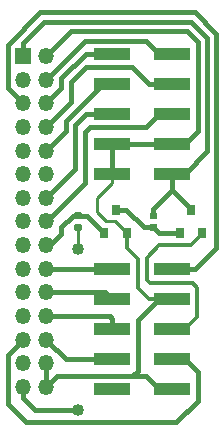
<source format=gbr>
G04 #@! TF.GenerationSoftware,KiCad,Pcbnew,5.1.4-e60b266~84~ubuntu16.04.1*
G04 #@! TF.CreationDate,2020-01-20T16:25:06+00:00*
G04 #@! TF.ProjectId,nas-mod-xu4,6e61732d-6d6f-4642-9d78-75342e6b6963,rev?*
G04 #@! TF.SameCoordinates,PX4db9760PY83d8710*
G04 #@! TF.FileFunction,Copper,L1,Top*
G04 #@! TF.FilePolarity,Positive*
%FSLAX46Y46*%
G04 Gerber Fmt 4.6, Leading zero omitted, Abs format (unit mm)*
G04 Created by KiCad (PCBNEW 5.1.4-e60b266~84~ubuntu16.04.1) date 2020-01-20 16:25:06*
%MOMM*%
%LPD*%
G04 APERTURE LIST*
%ADD10R,3.150000X1.000000*%
%ADD11O,1.350000X1.350000*%
%ADD12R,1.350000X1.350000*%
%ADD13C,0.100000*%
%ADD14C,0.590000*%
%ADD15R,0.800000X0.900000*%
%ADD16C,1.016000*%
%ADD17C,0.400000*%
%ADD18C,0.320000*%
%ADD19C,0.250000*%
G04 APERTURE END LIST*
D10*
X9575000Y14963334D03*
X14625000Y14963334D03*
X9575000Y12423334D03*
X14625000Y12423334D03*
X9575000Y9883334D03*
X14625000Y9883334D03*
X9575000Y7343334D03*
X14625000Y7343334D03*
X9575000Y4803334D03*
X14625000Y4803334D03*
D11*
X4000000Y5000000D03*
X2000000Y5000000D03*
X4000000Y7000000D03*
X2000000Y7000000D03*
X4000000Y9000000D03*
X2000000Y9000000D03*
X4000000Y11000000D03*
X2000000Y11000000D03*
X4000000Y13000000D03*
X2000000Y13000000D03*
X4000000Y15000000D03*
X2000000Y15000000D03*
X4000000Y17000000D03*
X2000000Y17000000D03*
X4000000Y19000000D03*
X2000000Y19000000D03*
X4000000Y21000000D03*
X2000000Y21000000D03*
X4000000Y23000000D03*
X2000000Y23000000D03*
X4000000Y25000000D03*
X2000000Y25000000D03*
X4000000Y27000000D03*
X2000000Y27000000D03*
X4000000Y29000000D03*
X2000000Y29000000D03*
X4000000Y31000000D03*
X2000000Y31000000D03*
X4000000Y33000000D03*
D12*
X2000000Y33000000D03*
D13*
G36*
X13243624Y18801290D02*
G01*
X13257942Y18799166D01*
X13271983Y18795649D01*
X13285612Y18790772D01*
X13298697Y18784583D01*
X13311113Y18777142D01*
X13322739Y18768519D01*
X13333464Y18758798D01*
X13343185Y18748073D01*
X13351808Y18736447D01*
X13359249Y18724031D01*
X13365438Y18710946D01*
X13370315Y18697317D01*
X13373832Y18683276D01*
X13375956Y18668958D01*
X13376666Y18654500D01*
X13376666Y18359500D01*
X13375956Y18345042D01*
X13373832Y18330724D01*
X13370315Y18316683D01*
X13365438Y18303054D01*
X13359249Y18289969D01*
X13351808Y18277553D01*
X13343185Y18265927D01*
X13333464Y18255202D01*
X13322739Y18245481D01*
X13311113Y18236858D01*
X13298697Y18229417D01*
X13285612Y18223228D01*
X13271983Y18218351D01*
X13257942Y18214834D01*
X13243624Y18212710D01*
X13229166Y18212000D01*
X12884166Y18212000D01*
X12869708Y18212710D01*
X12855390Y18214834D01*
X12841349Y18218351D01*
X12827720Y18223228D01*
X12814635Y18229417D01*
X12802219Y18236858D01*
X12790593Y18245481D01*
X12779868Y18255202D01*
X12770147Y18265927D01*
X12761524Y18277553D01*
X12754083Y18289969D01*
X12747894Y18303054D01*
X12743017Y18316683D01*
X12739500Y18330724D01*
X12737376Y18345042D01*
X12736666Y18359500D01*
X12736666Y18654500D01*
X12737376Y18668958D01*
X12739500Y18683276D01*
X12743017Y18697317D01*
X12747894Y18710946D01*
X12754083Y18724031D01*
X12761524Y18736447D01*
X12770147Y18748073D01*
X12779868Y18758798D01*
X12790593Y18768519D01*
X12802219Y18777142D01*
X12814635Y18784583D01*
X12827720Y18790772D01*
X12841349Y18795649D01*
X12855390Y18799166D01*
X12869708Y18801290D01*
X12884166Y18802000D01*
X13229166Y18802000D01*
X13243624Y18801290D01*
X13243624Y18801290D01*
G37*
D14*
X13056666Y18507000D03*
D13*
G36*
X13243624Y19771290D02*
G01*
X13257942Y19769166D01*
X13271983Y19765649D01*
X13285612Y19760772D01*
X13298697Y19754583D01*
X13311113Y19747142D01*
X13322739Y19738519D01*
X13333464Y19728798D01*
X13343185Y19718073D01*
X13351808Y19706447D01*
X13359249Y19694031D01*
X13365438Y19680946D01*
X13370315Y19667317D01*
X13373832Y19653276D01*
X13375956Y19638958D01*
X13376666Y19624500D01*
X13376666Y19329500D01*
X13375956Y19315042D01*
X13373832Y19300724D01*
X13370315Y19286683D01*
X13365438Y19273054D01*
X13359249Y19259969D01*
X13351808Y19247553D01*
X13343185Y19235927D01*
X13333464Y19225202D01*
X13322739Y19215481D01*
X13311113Y19206858D01*
X13298697Y19199417D01*
X13285612Y19193228D01*
X13271983Y19188351D01*
X13257942Y19184834D01*
X13243624Y19182710D01*
X13229166Y19182000D01*
X12884166Y19182000D01*
X12869708Y19182710D01*
X12855390Y19184834D01*
X12841349Y19188351D01*
X12827720Y19193228D01*
X12814635Y19199417D01*
X12802219Y19206858D01*
X12790593Y19215481D01*
X12779868Y19225202D01*
X12770147Y19235927D01*
X12761524Y19247553D01*
X12754083Y19259969D01*
X12747894Y19273054D01*
X12743017Y19286683D01*
X12739500Y19300724D01*
X12737376Y19315042D01*
X12736666Y19329500D01*
X12736666Y19624500D01*
X12737376Y19638958D01*
X12739500Y19653276D01*
X12743017Y19667317D01*
X12747894Y19680946D01*
X12754083Y19694031D01*
X12761524Y19706447D01*
X12770147Y19718073D01*
X12779868Y19728798D01*
X12790593Y19738519D01*
X12802219Y19747142D01*
X12814635Y19754583D01*
X12827720Y19760772D01*
X12841349Y19765649D01*
X12855390Y19769166D01*
X12869708Y19771290D01*
X12884166Y19772000D01*
X13229166Y19772000D01*
X13243624Y19771290D01*
X13243624Y19771290D01*
G37*
D14*
X13056666Y19477000D03*
D15*
X16250000Y19992000D03*
X17200000Y17992000D03*
X15300000Y17992000D03*
X9863333Y20000000D03*
X10813333Y18000000D03*
X8913333Y18000000D03*
D13*
G36*
X6856958Y18801290D02*
G01*
X6871276Y18799166D01*
X6885317Y18795649D01*
X6898946Y18790772D01*
X6912031Y18784583D01*
X6924447Y18777142D01*
X6936073Y18768519D01*
X6946798Y18758798D01*
X6956519Y18748073D01*
X6965142Y18736447D01*
X6972583Y18724031D01*
X6978772Y18710946D01*
X6983649Y18697317D01*
X6987166Y18683276D01*
X6989290Y18668958D01*
X6990000Y18654500D01*
X6990000Y18359500D01*
X6989290Y18345042D01*
X6987166Y18330724D01*
X6983649Y18316683D01*
X6978772Y18303054D01*
X6972583Y18289969D01*
X6965142Y18277553D01*
X6956519Y18265927D01*
X6946798Y18255202D01*
X6936073Y18245481D01*
X6924447Y18236858D01*
X6912031Y18229417D01*
X6898946Y18223228D01*
X6885317Y18218351D01*
X6871276Y18214834D01*
X6856958Y18212710D01*
X6842500Y18212000D01*
X6497500Y18212000D01*
X6483042Y18212710D01*
X6468724Y18214834D01*
X6454683Y18218351D01*
X6441054Y18223228D01*
X6427969Y18229417D01*
X6415553Y18236858D01*
X6403927Y18245481D01*
X6393202Y18255202D01*
X6383481Y18265927D01*
X6374858Y18277553D01*
X6367417Y18289969D01*
X6361228Y18303054D01*
X6356351Y18316683D01*
X6352834Y18330724D01*
X6350710Y18345042D01*
X6350000Y18359500D01*
X6350000Y18654500D01*
X6350710Y18668958D01*
X6352834Y18683276D01*
X6356351Y18697317D01*
X6361228Y18710946D01*
X6367417Y18724031D01*
X6374858Y18736447D01*
X6383481Y18748073D01*
X6393202Y18758798D01*
X6403927Y18768519D01*
X6415553Y18777142D01*
X6427969Y18784583D01*
X6441054Y18790772D01*
X6454683Y18795649D01*
X6468724Y18799166D01*
X6483042Y18801290D01*
X6497500Y18802000D01*
X6842500Y18802000D01*
X6856958Y18801290D01*
X6856958Y18801290D01*
G37*
D14*
X6670000Y18507000D03*
D13*
G36*
X6856958Y19771290D02*
G01*
X6871276Y19769166D01*
X6885317Y19765649D01*
X6898946Y19760772D01*
X6912031Y19754583D01*
X6924447Y19747142D01*
X6936073Y19738519D01*
X6946798Y19728798D01*
X6956519Y19718073D01*
X6965142Y19706447D01*
X6972583Y19694031D01*
X6978772Y19680946D01*
X6983649Y19667317D01*
X6987166Y19653276D01*
X6989290Y19638958D01*
X6990000Y19624500D01*
X6990000Y19329500D01*
X6989290Y19315042D01*
X6987166Y19300724D01*
X6983649Y19286683D01*
X6978772Y19273054D01*
X6972583Y19259969D01*
X6965142Y19247553D01*
X6956519Y19235927D01*
X6946798Y19225202D01*
X6936073Y19215481D01*
X6924447Y19206858D01*
X6912031Y19199417D01*
X6898946Y19193228D01*
X6885317Y19188351D01*
X6871276Y19184834D01*
X6856958Y19182710D01*
X6842500Y19182000D01*
X6497500Y19182000D01*
X6483042Y19182710D01*
X6468724Y19184834D01*
X6454683Y19188351D01*
X6441054Y19193228D01*
X6427969Y19199417D01*
X6415553Y19206858D01*
X6403927Y19215481D01*
X6393202Y19225202D01*
X6383481Y19235927D01*
X6374858Y19247553D01*
X6367417Y19259969D01*
X6361228Y19273054D01*
X6356351Y19286683D01*
X6352834Y19300724D01*
X6350710Y19315042D01*
X6350000Y19329500D01*
X6350000Y19624500D01*
X6350710Y19638958D01*
X6352834Y19653276D01*
X6356351Y19667317D01*
X6361228Y19680946D01*
X6367417Y19694031D01*
X6374858Y19706447D01*
X6383481Y19718073D01*
X6393202Y19728798D01*
X6403927Y19738519D01*
X6415553Y19747142D01*
X6427969Y19754583D01*
X6441054Y19760772D01*
X6454683Y19765649D01*
X6468724Y19769166D01*
X6483042Y19771290D01*
X6497500Y19772000D01*
X6842500Y19772000D01*
X6856958Y19771290D01*
X6856958Y19771290D01*
G37*
D14*
X6670000Y19477000D03*
D10*
X9575000Y33196667D03*
X14625000Y33196667D03*
X9575000Y30656667D03*
X14625000Y30656667D03*
X9575000Y28116667D03*
X14625000Y28116667D03*
X9575000Y25576667D03*
X14625000Y25576667D03*
X9575000Y23036667D03*
X14625000Y23036667D03*
D16*
X6650000Y16700000D03*
X6650000Y3050000D03*
D17*
X16211365Y35896688D02*
X17600011Y34508042D01*
X2000000Y34075000D02*
X3821688Y35896688D01*
X3821688Y35896688D02*
X16211365Y35896688D01*
X2000000Y33000000D02*
X2000000Y34075000D01*
X17600011Y24936678D02*
X15700000Y23036667D01*
X17600011Y34508042D02*
X17600011Y24936678D01*
X15700000Y23036667D02*
X14625000Y23036667D01*
X16250000Y20042000D02*
X14630000Y21662000D01*
X16250000Y19992000D02*
X16250000Y20042000D01*
X14630000Y21662000D02*
X14630000Y22930000D01*
X13056666Y20088666D02*
X14630000Y21662000D01*
X13056666Y19477000D02*
X13056666Y20088666D01*
X16800001Y34176668D02*
X16800001Y26676668D01*
X15879991Y35096678D02*
X16800001Y34176668D01*
X15700000Y25576667D02*
X14625000Y25576667D01*
X16800001Y26676668D02*
X15700000Y25576667D01*
X6096678Y35096678D02*
X15879991Y35096678D01*
X4000000Y33000000D02*
X6096678Y35096678D01*
X11550000Y25576667D02*
X14625000Y25576667D01*
X9575000Y25576667D02*
X11550000Y25576667D01*
X9575000Y23036667D02*
X9575000Y25576667D01*
X4000000Y7000000D02*
X4000000Y5000000D01*
X4000000Y5000000D02*
X4903335Y5903335D01*
D18*
X11763322Y13390012D02*
X12730000Y12423334D01*
X12730000Y12423334D02*
X14625000Y12423334D01*
D17*
X14625000Y4803334D02*
X13550000Y4803334D01*
X4903335Y5903335D02*
X10714665Y5903335D01*
X10714665Y5903335D02*
X11290003Y5903335D01*
X13550000Y12423334D02*
X14625000Y12423334D01*
X11750001Y6363333D02*
X11750001Y10623335D01*
X11290003Y5903335D02*
X11750001Y6363333D01*
D18*
X11763322Y15793678D02*
X11763322Y13390012D01*
D17*
X11750001Y10623335D02*
X13550000Y12423334D01*
X13550000Y12423334D02*
X12449999Y11323333D01*
X12449999Y5903335D02*
X10714665Y5903335D01*
X13550000Y4803334D02*
X12449999Y5903335D01*
D18*
X10813333Y16743667D02*
X10813333Y18000000D01*
X11763322Y15793678D02*
X10813333Y16743667D01*
D19*
X9043332Y19024999D02*
X8300000Y19768331D01*
X10813333Y18050000D02*
X9838334Y19024999D01*
X9838334Y19024999D02*
X9043332Y19024999D01*
X10813333Y18000000D02*
X10813333Y18050000D01*
X9575000Y22286667D02*
X9575000Y23036667D01*
X8300000Y21011667D02*
X9575000Y22286667D01*
X8300000Y19768331D02*
X8300000Y21011667D01*
D17*
X9575000Y28116667D02*
X7379435Y28116667D01*
X6440010Y27177242D02*
X6440010Y23440010D01*
X6440010Y23440010D02*
X4000000Y21000000D01*
X7379435Y28116667D02*
X6440010Y27177242D01*
X4674999Y19674999D02*
X4000000Y19000000D01*
X7240020Y26590020D02*
X7240020Y22240020D01*
X12449999Y27016666D02*
X7666666Y27016666D01*
X7666666Y27016666D02*
X7240020Y26590020D01*
X13550000Y28116667D02*
X12449999Y27016666D01*
X7240020Y22240020D02*
X4674999Y19674999D01*
X14625000Y28116667D02*
X13550000Y28116667D01*
X724999Y7724999D02*
X724999Y3575001D01*
X2000000Y9000000D02*
X724999Y7724999D01*
X724999Y3575001D02*
X2300000Y2000000D01*
X15700000Y7343334D02*
X14625000Y7343334D01*
X2300000Y2000000D02*
X14976668Y2000000D01*
X16800001Y6243333D02*
X15700000Y7343334D01*
X16800001Y3823333D02*
X16800001Y6243333D01*
X14976668Y2000000D02*
X16800001Y3823333D01*
X5656666Y7343334D02*
X9575000Y7343334D01*
X4000000Y9000000D02*
X5656666Y7343334D01*
D18*
X14625000Y9883334D02*
X15700000Y9883334D01*
X16760001Y10943335D02*
X16760001Y13371335D01*
X15700000Y9883334D02*
X16760001Y10943335D01*
X16239999Y16981999D02*
X17200000Y17942000D01*
X13560663Y16981999D02*
X16239999Y16981999D01*
X12483332Y15904668D02*
X13560663Y16981999D01*
X17200000Y17942000D02*
X17200000Y17992000D01*
X12483332Y14022000D02*
X12483332Y15904668D01*
X16760001Y13371335D02*
X16381336Y13750000D01*
X12755332Y13750000D02*
X12483332Y14022000D01*
X16381336Y13750000D02*
X12755332Y13750000D01*
D17*
X9575000Y10783334D02*
X9575000Y9883334D01*
X9358334Y11000000D02*
X9575000Y10783334D01*
X4000000Y11000000D02*
X9358334Y11000000D01*
X8998334Y13000000D02*
X9575000Y12423334D01*
X4000000Y13000000D02*
X8998334Y13000000D01*
X4000000Y15000000D02*
X9575000Y15000000D01*
X2000000Y29000000D02*
X2000000Y29496000D01*
X18400021Y16763355D02*
X16600000Y14963334D01*
X18400021Y34839416D02*
X18400021Y16763355D01*
X16600000Y14963334D02*
X14625000Y14963334D01*
X2000000Y29000000D02*
X724999Y30275001D01*
X724999Y30275001D02*
X724999Y33931383D01*
X16542739Y36696698D02*
X18400021Y34839416D01*
X3490314Y36696698D02*
X16542739Y36696698D01*
X724999Y33931383D02*
X3490314Y36696698D01*
X9575000Y33196667D02*
X7328051Y33196667D01*
X4674999Y29674999D02*
X4000000Y29000000D01*
X5275001Y30275001D02*
X4674999Y29674999D01*
X5275001Y31143617D02*
X5275001Y30275001D01*
X7328051Y33196667D02*
X5275001Y31143617D01*
X4674999Y31674999D02*
X4000000Y31000000D01*
X7296668Y34296668D02*
X4674999Y31674999D01*
X12449999Y34296668D02*
X7296668Y34296668D01*
X13550000Y33196667D02*
X12449999Y34296668D01*
X14625000Y33196667D02*
X13550000Y33196667D01*
X8788051Y30656667D02*
X5640000Y27508616D01*
X9575000Y30656667D02*
X8788051Y30656667D01*
X5640000Y26640000D02*
X4000000Y25000000D01*
X5640000Y27508616D02*
X5640000Y26640000D01*
X4674999Y27674999D02*
X4000000Y27000000D01*
X7359434Y32096666D02*
X6075011Y30812243D01*
X6075011Y30812243D02*
X6075011Y29075011D01*
X11210001Y32096666D02*
X7359434Y32096666D01*
X6075011Y29075011D02*
X4674999Y27674999D01*
X12650000Y30656667D02*
X11210001Y32096666D01*
X14625000Y30656667D02*
X12650000Y30656667D01*
X7436333Y19477000D02*
X6670000Y19477000D01*
X8913333Y18000000D02*
X7436333Y19477000D01*
X5275001Y17925001D02*
X4150000Y16800000D01*
X5275001Y18502001D02*
X5275001Y17925001D01*
X6250000Y19477000D02*
X5275001Y18502001D01*
X6670000Y19477000D02*
X6250000Y19477000D01*
X15300000Y17992000D02*
X15300000Y18042000D01*
X13571666Y17992000D02*
X13056666Y18507000D01*
X15300000Y17992000D02*
X13571666Y17992000D01*
X10663333Y20000000D02*
X9863333Y20000000D01*
X10743335Y20000000D02*
X10663333Y20000000D01*
X12236335Y18507000D02*
X10743335Y20000000D01*
X13056666Y18507000D02*
X12236335Y18507000D01*
D19*
X6670000Y16720000D02*
X6650000Y16700000D01*
X6670000Y18507000D02*
X6670000Y16720000D01*
D17*
X5931580Y3050000D02*
X6650000Y3050000D01*
X2000000Y4045406D02*
X2995406Y3050000D01*
X2995406Y3050000D02*
X5931580Y3050000D01*
X2000000Y5000000D02*
X2000000Y4045406D01*
M02*

</source>
